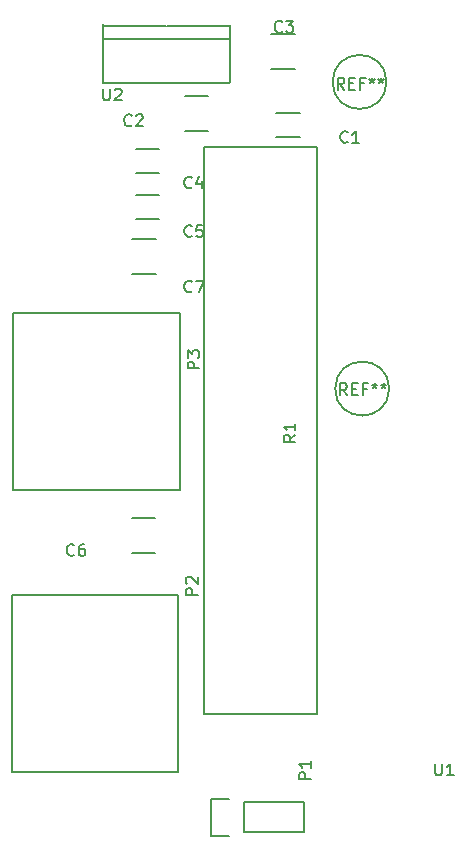
<source format=gbr>
G04 #@! TF.FileFunction,Legend,Top*
%FSLAX46Y46*%
G04 Gerber Fmt 4.6, Leading zero omitted, Abs format (unit mm)*
G04 Created by KiCad (PCBNEW 4.0.1-3.201512221401+6198~38~ubuntu15.10.1-stable) date Fri 14 Oct 2016 06:40:47 AM PDT*
%MOMM*%
G01*
G04 APERTURE LIST*
%ADD10C,0.100000*%
%ADD11C,0.150000*%
G04 APERTURE END LIST*
D10*
D11*
X191661000Y-116935000D02*
G75*
G03X191661000Y-116935000I-2286000J0D01*
G01*
X184120000Y-93600000D02*
X182120000Y-93600000D01*
X182120000Y-95650000D02*
X184120000Y-95650000D01*
X174345000Y-95100000D02*
X176345000Y-95100000D01*
X176345000Y-92150000D02*
X174345000Y-92150000D01*
X183660000Y-86915000D02*
X181660000Y-86915000D01*
X181660000Y-89865000D02*
X183660000Y-89865000D01*
X172205000Y-96670000D02*
X170205000Y-96670000D01*
X170205000Y-98720000D02*
X172205000Y-98720000D01*
X172205000Y-100520000D02*
X170205000Y-100520000D01*
X170205000Y-102570000D02*
X172205000Y-102570000D01*
X169875000Y-130845000D02*
X171875000Y-130845000D01*
X171875000Y-127895000D02*
X169875000Y-127895000D01*
X171895000Y-104245000D02*
X169895000Y-104245000D01*
X169895000Y-107195000D02*
X171895000Y-107195000D01*
X179405000Y-154510000D02*
X184485000Y-154510000D01*
X184485000Y-154510000D02*
X184485000Y-151970000D01*
X184485000Y-151970000D02*
X179405000Y-151970000D01*
X176585000Y-151690000D02*
X178135000Y-151690000D01*
X179405000Y-151970000D02*
X179405000Y-154510000D01*
X178135000Y-154790000D02*
X176585000Y-154790000D01*
X176585000Y-154790000D02*
X176585000Y-151690000D01*
X173825000Y-149399000D02*
X159728000Y-149399000D01*
X159728000Y-134413000D02*
X173825000Y-134413000D01*
X173825000Y-149399000D02*
X173825000Y-134413000D01*
X159728000Y-149399000D02*
X159728000Y-134413000D01*
X173935000Y-125529000D02*
X159838000Y-125529000D01*
X159838000Y-110543000D02*
X173935000Y-110543000D01*
X173935000Y-125529000D02*
X173935000Y-110543000D01*
X159838000Y-125529000D02*
X159838000Y-110543000D01*
X185565000Y-96480000D02*
X180765000Y-96480000D01*
X185565000Y-144480000D02*
X185565000Y-96480000D01*
X175965000Y-144480000D02*
X185565000Y-144480000D01*
X175965000Y-96480000D02*
X175965000Y-144480000D01*
X180765000Y-96480000D02*
X175965000Y-96480000D01*
X178175000Y-87335000D02*
X178175000Y-91018000D01*
X178143000Y-91035000D02*
X167475000Y-91035000D01*
X167475000Y-91018000D02*
X167475000Y-87335000D01*
X178175000Y-86187000D02*
X178175000Y-87330000D01*
X178175000Y-87335000D02*
X167507000Y-87335000D01*
X167475000Y-87235000D02*
X167475000Y-86092000D01*
X172775000Y-86235000D02*
X167441000Y-86235000D01*
X172841000Y-86235000D02*
X178175000Y-86235000D01*
X191441000Y-90975000D02*
G75*
G03X191441000Y-90975000I-2286000J0D01*
G01*
X188091667Y-117497381D02*
X187758333Y-117021190D01*
X187520238Y-117497381D02*
X187520238Y-116497381D01*
X187901191Y-116497381D01*
X187996429Y-116545000D01*
X188044048Y-116592619D01*
X188091667Y-116687857D01*
X188091667Y-116830714D01*
X188044048Y-116925952D01*
X187996429Y-116973571D01*
X187901191Y-117021190D01*
X187520238Y-117021190D01*
X188520238Y-116973571D02*
X188853572Y-116973571D01*
X188996429Y-117497381D02*
X188520238Y-117497381D01*
X188520238Y-116497381D01*
X188996429Y-116497381D01*
X189758334Y-116973571D02*
X189425000Y-116973571D01*
X189425000Y-117497381D02*
X189425000Y-116497381D01*
X189901191Y-116497381D01*
X190425000Y-116497381D02*
X190425000Y-116735476D01*
X190186905Y-116640238D02*
X190425000Y-116735476D01*
X190663096Y-116640238D01*
X190282143Y-116925952D02*
X190425000Y-116735476D01*
X190567858Y-116925952D01*
X191186905Y-116497381D02*
X191186905Y-116735476D01*
X190948810Y-116640238D02*
X191186905Y-116735476D01*
X191425001Y-116640238D01*
X191044048Y-116925952D02*
X191186905Y-116735476D01*
X191329763Y-116925952D01*
X188153334Y-96052143D02*
X188105715Y-96099762D01*
X187962858Y-96147381D01*
X187867620Y-96147381D01*
X187724762Y-96099762D01*
X187629524Y-96004524D01*
X187581905Y-95909286D01*
X187534286Y-95718810D01*
X187534286Y-95575952D01*
X187581905Y-95385476D01*
X187629524Y-95290238D01*
X187724762Y-95195000D01*
X187867620Y-95147381D01*
X187962858Y-95147381D01*
X188105715Y-95195000D01*
X188153334Y-95242619D01*
X189105715Y-96147381D02*
X188534286Y-96147381D01*
X188820000Y-96147381D02*
X188820000Y-95147381D01*
X188724762Y-95290238D01*
X188629524Y-95385476D01*
X188534286Y-95433095D01*
X169858334Y-94627143D02*
X169810715Y-94674762D01*
X169667858Y-94722381D01*
X169572620Y-94722381D01*
X169429762Y-94674762D01*
X169334524Y-94579524D01*
X169286905Y-94484286D01*
X169239286Y-94293810D01*
X169239286Y-94150952D01*
X169286905Y-93960476D01*
X169334524Y-93865238D01*
X169429762Y-93770000D01*
X169572620Y-93722381D01*
X169667858Y-93722381D01*
X169810715Y-93770000D01*
X169858334Y-93817619D01*
X170239286Y-93817619D02*
X170286905Y-93770000D01*
X170382143Y-93722381D01*
X170620239Y-93722381D01*
X170715477Y-93770000D01*
X170763096Y-93817619D01*
X170810715Y-93912857D01*
X170810715Y-94008095D01*
X170763096Y-94150952D01*
X170191667Y-94722381D01*
X170810715Y-94722381D01*
X182603334Y-86692143D02*
X182555715Y-86739762D01*
X182412858Y-86787381D01*
X182317620Y-86787381D01*
X182174762Y-86739762D01*
X182079524Y-86644524D01*
X182031905Y-86549286D01*
X181984286Y-86358810D01*
X181984286Y-86215952D01*
X182031905Y-86025476D01*
X182079524Y-85930238D01*
X182174762Y-85835000D01*
X182317620Y-85787381D01*
X182412858Y-85787381D01*
X182555715Y-85835000D01*
X182603334Y-85882619D01*
X182936667Y-85787381D02*
X183555715Y-85787381D01*
X183222381Y-86168333D01*
X183365239Y-86168333D01*
X183460477Y-86215952D01*
X183508096Y-86263571D01*
X183555715Y-86358810D01*
X183555715Y-86596905D01*
X183508096Y-86692143D01*
X183460477Y-86739762D01*
X183365239Y-86787381D01*
X183079524Y-86787381D01*
X182984286Y-86739762D01*
X182936667Y-86692143D01*
X174953334Y-99892143D02*
X174905715Y-99939762D01*
X174762858Y-99987381D01*
X174667620Y-99987381D01*
X174524762Y-99939762D01*
X174429524Y-99844524D01*
X174381905Y-99749286D01*
X174334286Y-99558810D01*
X174334286Y-99415952D01*
X174381905Y-99225476D01*
X174429524Y-99130238D01*
X174524762Y-99035000D01*
X174667620Y-98987381D01*
X174762858Y-98987381D01*
X174905715Y-99035000D01*
X174953334Y-99082619D01*
X175810477Y-99320714D02*
X175810477Y-99987381D01*
X175572381Y-98939762D02*
X175334286Y-99654048D01*
X175953334Y-99654048D01*
X174953334Y-104007143D02*
X174905715Y-104054762D01*
X174762858Y-104102381D01*
X174667620Y-104102381D01*
X174524762Y-104054762D01*
X174429524Y-103959524D01*
X174381905Y-103864286D01*
X174334286Y-103673810D01*
X174334286Y-103530952D01*
X174381905Y-103340476D01*
X174429524Y-103245238D01*
X174524762Y-103150000D01*
X174667620Y-103102381D01*
X174762858Y-103102381D01*
X174905715Y-103150000D01*
X174953334Y-103197619D01*
X175858096Y-103102381D02*
X175381905Y-103102381D01*
X175334286Y-103578571D01*
X175381905Y-103530952D01*
X175477143Y-103483333D01*
X175715239Y-103483333D01*
X175810477Y-103530952D01*
X175858096Y-103578571D01*
X175905715Y-103673810D01*
X175905715Y-103911905D01*
X175858096Y-104007143D01*
X175810477Y-104054762D01*
X175715239Y-104102381D01*
X175477143Y-104102381D01*
X175381905Y-104054762D01*
X175334286Y-104007143D01*
X164983334Y-131017143D02*
X164935715Y-131064762D01*
X164792858Y-131112381D01*
X164697620Y-131112381D01*
X164554762Y-131064762D01*
X164459524Y-130969524D01*
X164411905Y-130874286D01*
X164364286Y-130683810D01*
X164364286Y-130540952D01*
X164411905Y-130350476D01*
X164459524Y-130255238D01*
X164554762Y-130160000D01*
X164697620Y-130112381D01*
X164792858Y-130112381D01*
X164935715Y-130160000D01*
X164983334Y-130207619D01*
X165840477Y-130112381D02*
X165650000Y-130112381D01*
X165554762Y-130160000D01*
X165507143Y-130207619D01*
X165411905Y-130350476D01*
X165364286Y-130540952D01*
X165364286Y-130921905D01*
X165411905Y-131017143D01*
X165459524Y-131064762D01*
X165554762Y-131112381D01*
X165745239Y-131112381D01*
X165840477Y-131064762D01*
X165888096Y-131017143D01*
X165935715Y-130921905D01*
X165935715Y-130683810D01*
X165888096Y-130588571D01*
X165840477Y-130540952D01*
X165745239Y-130493333D01*
X165554762Y-130493333D01*
X165459524Y-130540952D01*
X165411905Y-130588571D01*
X165364286Y-130683810D01*
X174953334Y-108692143D02*
X174905715Y-108739762D01*
X174762858Y-108787381D01*
X174667620Y-108787381D01*
X174524762Y-108739762D01*
X174429524Y-108644524D01*
X174381905Y-108549286D01*
X174334286Y-108358810D01*
X174334286Y-108215952D01*
X174381905Y-108025476D01*
X174429524Y-107930238D01*
X174524762Y-107835000D01*
X174667620Y-107787381D01*
X174762858Y-107787381D01*
X174905715Y-107835000D01*
X174953334Y-107882619D01*
X175286667Y-107787381D02*
X175953334Y-107787381D01*
X175524762Y-108787381D01*
X185032381Y-149998095D02*
X184032381Y-149998095D01*
X184032381Y-149617142D01*
X184080000Y-149521904D01*
X184127619Y-149474285D01*
X184222857Y-149426666D01*
X184365714Y-149426666D01*
X184460952Y-149474285D01*
X184508571Y-149521904D01*
X184556190Y-149617142D01*
X184556190Y-149998095D01*
X185032381Y-148474285D02*
X185032381Y-149045714D01*
X185032381Y-148760000D02*
X184032381Y-148760000D01*
X184175238Y-148855238D01*
X184270476Y-148950476D01*
X184318095Y-149045714D01*
X175449381Y-134393095D02*
X174449381Y-134393095D01*
X174449381Y-134012142D01*
X174497000Y-133916904D01*
X174544619Y-133869285D01*
X174639857Y-133821666D01*
X174782714Y-133821666D01*
X174877952Y-133869285D01*
X174925571Y-133916904D01*
X174973190Y-134012142D01*
X174973190Y-134393095D01*
X174544619Y-133440714D02*
X174497000Y-133393095D01*
X174449381Y-133297857D01*
X174449381Y-133059761D01*
X174497000Y-132964523D01*
X174544619Y-132916904D01*
X174639857Y-132869285D01*
X174735095Y-132869285D01*
X174877952Y-132916904D01*
X175449381Y-133488333D01*
X175449381Y-132869285D01*
X175592261Y-115217235D02*
X174592261Y-115217235D01*
X174592261Y-114836282D01*
X174639880Y-114741044D01*
X174687499Y-114693425D01*
X174782737Y-114645806D01*
X174925594Y-114645806D01*
X175020832Y-114693425D01*
X175068451Y-114741044D01*
X175116070Y-114836282D01*
X175116070Y-115217235D01*
X174592261Y-114312473D02*
X174592261Y-113693425D01*
X174973213Y-114026759D01*
X174973213Y-113883901D01*
X175020832Y-113788663D01*
X175068451Y-113741044D01*
X175163690Y-113693425D01*
X175401785Y-113693425D01*
X175497023Y-113741044D01*
X175544642Y-113788663D01*
X175592261Y-113883901D01*
X175592261Y-114169616D01*
X175544642Y-114264854D01*
X175497023Y-114312473D01*
X183717381Y-120846666D02*
X183241190Y-121180000D01*
X183717381Y-121418095D02*
X182717381Y-121418095D01*
X182717381Y-121037142D01*
X182765000Y-120941904D01*
X182812619Y-120894285D01*
X182907857Y-120846666D01*
X183050714Y-120846666D01*
X183145952Y-120894285D01*
X183193571Y-120941904D01*
X183241190Y-121037142D01*
X183241190Y-121418095D01*
X183717381Y-119894285D02*
X183717381Y-120465714D01*
X183717381Y-120180000D02*
X182717381Y-120180000D01*
X182860238Y-120275238D01*
X182955476Y-120370476D01*
X183003095Y-120465714D01*
X195563095Y-148687381D02*
X195563095Y-149496905D01*
X195610714Y-149592143D01*
X195658333Y-149639762D01*
X195753571Y-149687381D01*
X195944048Y-149687381D01*
X196039286Y-149639762D01*
X196086905Y-149592143D01*
X196134524Y-149496905D01*
X196134524Y-148687381D01*
X197134524Y-149687381D02*
X196563095Y-149687381D01*
X196848809Y-149687381D02*
X196848809Y-148687381D01*
X196753571Y-148830238D01*
X196658333Y-148925476D01*
X196563095Y-148973095D01*
X167443095Y-91542381D02*
X167443095Y-92351905D01*
X167490714Y-92447143D01*
X167538333Y-92494762D01*
X167633571Y-92542381D01*
X167824048Y-92542381D01*
X167919286Y-92494762D01*
X167966905Y-92447143D01*
X168014524Y-92351905D01*
X168014524Y-91542381D01*
X168443095Y-91637619D02*
X168490714Y-91590000D01*
X168585952Y-91542381D01*
X168824048Y-91542381D01*
X168919286Y-91590000D01*
X168966905Y-91637619D01*
X169014524Y-91732857D01*
X169014524Y-91828095D01*
X168966905Y-91970952D01*
X168395476Y-92542381D01*
X169014524Y-92542381D01*
X187861667Y-91622381D02*
X187528333Y-91146190D01*
X187290238Y-91622381D02*
X187290238Y-90622381D01*
X187671191Y-90622381D01*
X187766429Y-90670000D01*
X187814048Y-90717619D01*
X187861667Y-90812857D01*
X187861667Y-90955714D01*
X187814048Y-91050952D01*
X187766429Y-91098571D01*
X187671191Y-91146190D01*
X187290238Y-91146190D01*
X188290238Y-91098571D02*
X188623572Y-91098571D01*
X188766429Y-91622381D02*
X188290238Y-91622381D01*
X188290238Y-90622381D01*
X188766429Y-90622381D01*
X189528334Y-91098571D02*
X189195000Y-91098571D01*
X189195000Y-91622381D02*
X189195000Y-90622381D01*
X189671191Y-90622381D01*
X190195000Y-90622381D02*
X190195000Y-90860476D01*
X189956905Y-90765238D02*
X190195000Y-90860476D01*
X190433096Y-90765238D01*
X190052143Y-91050952D02*
X190195000Y-90860476D01*
X190337858Y-91050952D01*
X190956905Y-90622381D02*
X190956905Y-90860476D01*
X190718810Y-90765238D02*
X190956905Y-90860476D01*
X191195001Y-90765238D01*
X190814048Y-91050952D02*
X190956905Y-90860476D01*
X191099763Y-91050952D01*
M02*

</source>
